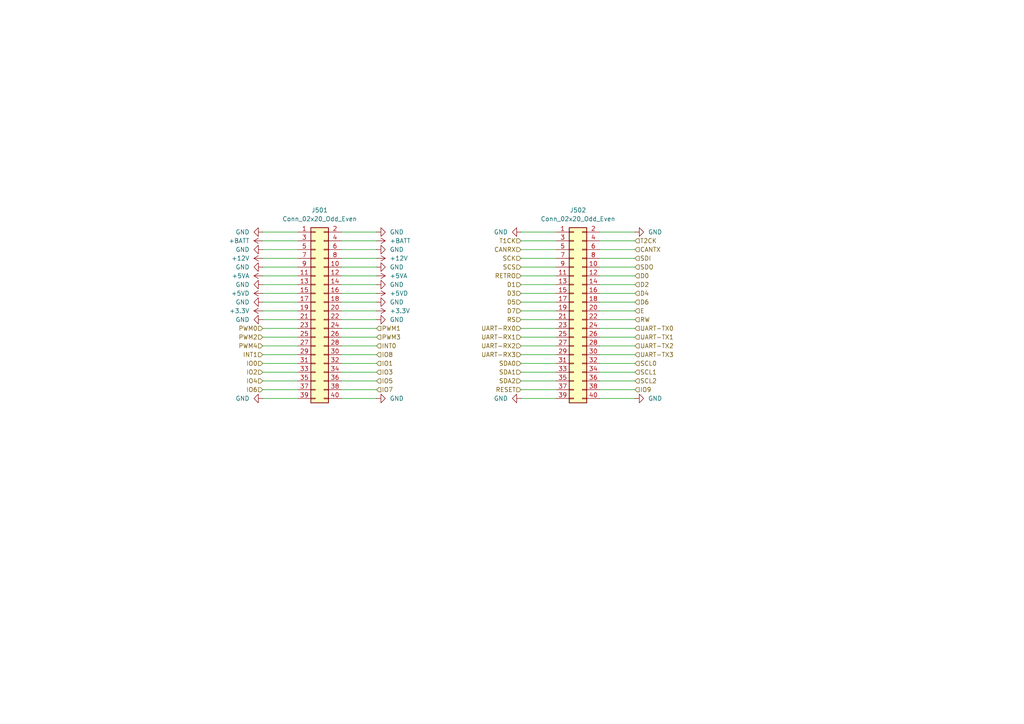
<source format=kicad_sch>
(kicad_sch (version 20250114) (generator "eeschema") (generator_version "9.0")
  (paper "A4")
  (title_block (title "CMOS-74A") (date "2025-09-17") (rev "V0.4") (company "F4DEB") (comment 1 "CMOS BUS"))
  (lib_symbols
    (symbol "Connector_Generic:Conn_02x20_Odd_Even" (pin_names (offset 1.016) (hide yes))
      (property "Reference" "J" (at 1.27 25.4 0))
      (property "Value" "Conn_02x20_Odd_Even" (at 1.27 -27.94 0))
      (symbol "Conn_02x20_Odd_Even_1_1"
        (rectangle (start -1.27 24.13) (end 3.81 -26.67) (stroke (width 0.254)) (fill (type background)))
        (rectangle (start -1.27 22.987) (end 0 22.733) (stroke (width 0.1524)))
        (rectangle (start -1.27 20.447) (end 0 20.193) (stroke (width 0.1524)))
        (rectangle (start -1.27 17.907) (end 0 17.653) (stroke (width 0.1524)))
        (rectangle (start -1.27 15.367) (end 0 15.113) (stroke (width 0.1524)))
        (rectangle (start -1.27 12.827) (end 0 12.573) (stroke (width 0.1524)))
        (rectangle (start -1.27 10.287) (end 0 10.033) (stroke (width 0.1524)))
        (rectangle (start -1.27 7.747) (end 0 7.493) (stroke (width 0.1524)))
        (rectangle (start -1.27 5.207) (end 0 4.953) (stroke (width 0.1524)))
        (rectangle (start -1.27 2.667) (end 0 2.413) (stroke (width 0.1524)))
        (rectangle (start -1.27 0.127) (end 0 -0.127) (stroke (width 0.1524)))
        (rectangle (start -1.27 -2.413) (end 0 -2.667) (stroke (width 0.1524)))
        (rectangle (start -1.27 -4.953) (end 0 -5.207) (stroke (width 0.1524)))
        (rectangle (start -1.27 -7.493) (end 0 -7.747) (stroke (width 0.1524)))
        (rectangle (start -1.27 -10.033) (end 0 -10.287) (stroke (width 0.1524)))
        (rectangle (start -1.27 -12.573) (end 0 -12.827) (stroke (width 0.1524)))
        (rectangle (start -1.27 -15.113) (end 0 -15.367) (stroke (width 0.1524)))
        (rectangle (start -1.27 -17.653) (end 0 -17.907) (stroke (width 0.1524)))
        (rectangle (start -1.27 -20.193) (end 0 -20.447) (stroke (width 0.1524)))
        (rectangle (start -1.27 -22.733) (end 0 -22.987) (stroke (width 0.1524)))
        (rectangle (start -1.27 -25.273) (end 0 -25.527) (stroke (width 0.1524)))
        (rectangle (start 3.81 22.987) (end 2.54 22.733) (stroke (width 0.1524)))
        (rectangle (start 3.81 20.447) (end 2.54 20.193) (stroke (width 0.1524)))
        (rectangle (start 3.81 17.907) (end 2.54 17.653) (stroke (width 0.1524)))
        (rectangle (start 3.81 15.367) (end 2.54 15.113) (stroke (width 0.1524)))
        (rectangle (start 3.81 12.827) (end 2.54 12.573) (stroke (width 0.1524)))
        (rectangle (start 3.81 10.287) (end 2.54 10.033) (stroke (width 0.1524)))
        (rectangle (start 3.81 7.747) (end 2.54 7.493) (stroke (width 0.1524)))
        (rectangle (start 3.81 5.207) (end 2.54 4.953) (stroke (width 0.1524)))
        (rectangle (start 3.81 2.667) (end 2.54 2.413) (stroke (width 0.1524)))
        (rectangle (start 3.81 0.127) (end 2.54 -0.127) (stroke (width 0.1524)))
        (rectangle (start 3.81 -2.413) (end 2.54 -2.667) (stroke (width 0.1524)))
        (rectangle (start 3.81 -4.953) (end 2.54 -5.207) (stroke (width 0.1524)))
        (rectangle (start 3.81 -7.493) (end 2.54 -7.747) (stroke (width 0.1524)))
        (rectangle (start 3.81 -10.033) (end 2.54 -10.287) (stroke (width 0.1524)))
        (rectangle (start 3.81 -12.573) (end 2.54 -12.827) (stroke (width 0.1524)))
        (rectangle (start 3.81 -15.113) (end 2.54 -15.367) (stroke (width 0.1524)))
        (rectangle (start 3.81 -17.653) (end 2.54 -17.907) (stroke (width 0.1524)))
        (rectangle (start 3.81 -20.193) (end 2.54 -20.447) (stroke (width 0.1524)))
        (rectangle (start 3.81 -22.733) (end 2.54 -22.987) (stroke (width 0.1524)))
        (rectangle (start 3.81 -25.273) (end 2.54 -25.527) (stroke (width 0.1524)))
        (pin passive line (at -5.08 22.86 0) (length 3.81) (name "Pin_1") (number "1"))
        (pin passive line (at -5.08 20.32 0) (length 3.81) (name "Pin_3") (number "3"))
        (pin passive line (at -5.08 17.78 0) (length 3.81) (name "Pin_5") (number "5"))
        (pin passive line (at -5.08 15.24 0) (length 3.81) (name "Pin_7") (number "7"))
        (pin passive line (at -5.08 12.7 0) (length 3.81) (name "Pin_9") (number "9"))
        (pin passive line (at -5.08 10.16 0) (length 3.81) (name "Pin_11") (number "11"))
        (pin passive line (at -5.08 7.62 0) (length 3.81) (name "Pin_13") (number "13"))
        (pin passive line (at -5.08 5.08 0) (length 3.81) (name "Pin_15") (number "15"))
        (pin passive line (at -5.08 2.54 0) (length 3.81) (name "Pin_17") (number "17"))
        (pin passive line (at -5.08 0 0) (length 3.81) (name "Pin_19") (number "19"))
        (pin passive line (at -5.08 -2.54 0) (length 3.81) (name "Pin_21") (number "21"))
        (pin passive line (at -5.08 -5.08 0) (length 3.81) (name "Pin_23") (number "23"))
        (pin passive line (at -5.08 -7.62 0) (length 3.81) (name "Pin_25") (number "25"))
        (pin passive line (at -5.08 -10.16 0) (length 3.81) (name "Pin_27") (number "27"))
        (pin passive line (at -5.08 -12.7 0) (length 3.81) (name "Pin_29") (number "29"))
        (pin passive line (at -5.08 -15.24 0) (length 3.81) (name "Pin_31") (number "31"))
        (pin passive line (at -5.08 -17.78 0) (length 3.81) (name "Pin_33") (number "33"))
        (pin passive line (at -5.08 -20.32 0) (length 3.81) (name "Pin_35") (number "35"))
        (pin passive line (at -5.08 -22.86 0) (length 3.81) (name "Pin_37") (number "37"))
        (pin passive line (at -5.08 -25.4 0) (length 3.81) (name "Pin_39") (number "39"))
        (pin passive line (at 7.62 22.86 180) (length 3.81) (name "Pin_2") (number "2"))
        (pin passive line (at 7.62 20.32 180) (length 3.81) (name "Pin_4") (number "4"))
        (pin passive line (at 7.62 17.78 180) (length 3.81) (name "Pin_6") (number "6"))
        (pin passive line (at 7.62 15.24 180) (length 3.81) (name "Pin_8") (number "8"))
        (pin passive line (at 7.62 12.7 180) (length 3.81) (name "Pin_10") (number "10"))
        (pin passive line (at 7.62 10.16 180) (length 3.81) (name "Pin_12") (number "12"))
        (pin passive line (at 7.62 7.62 180) (length 3.81) (name "Pin_14") (number "14"))
        (pin passive line (at 7.62 5.08 180) (length 3.81) (name "Pin_16") (number "16"))
        (pin passive line (at 7.62 2.54 180) (length 3.81) (name "Pin_18") (number "18"))
        (pin passive line (at 7.62 0 180) (length 3.81) (name "Pin_20") (number "20"))
        (pin passive line (at 7.62 -2.54 180) (length 3.81) (name "Pin_22") (number "22"))
        (pin passive line (at 7.62 -5.08 180) (length 3.81) (name "Pin_24") (number "24"))
        (pin passive line (at 7.62 -7.62 180) (length 3.81) (name "Pin_26") (number "26"))
        (pin passive line (at 7.62 -10.16 180) (length 3.81) (name "Pin_28") (number "28"))
        (pin passive line (at 7.62 -12.7 180) (length 3.81) (name "Pin_30") (number "30"))
        (pin passive line (at 7.62 -15.24 180) (length 3.81) (name "Pin_32") (number "32"))
        (pin passive line (at 7.62 -17.78 180) (length 3.81) (name "Pin_34") (number "34"))
        (pin passive line (at 7.62 -20.32 180) (length 3.81) (name "Pin_36") (number "36"))
        (pin passive line (at 7.62 -22.86 180) (length 3.81) (name "Pin_38") (number "38"))
        (pin passive line (at 7.62 -25.4 180) (length 3.81) (name "Pin_40") (number "40"))
      )
    )
    (symbol "power:+12V" (power) (pin_numbers (hide yes)) (pin_names (offset 0) (hide yes))
      (property "Value" "+12V" (at 0 3.556 0))
      (symbol "+12V_0_1"
        (polyline (pts (xy -0.762 1.27) (xy 0 2.54)))
        (polyline (pts (xy 0 2.54) (xy 0.762 1.27)))
        (polyline (pts (xy 0 0) (xy 0 2.54)))
      )
      (symbol "+12V_1_1"
        (pin power_in line (at 0 0 90) (length 0) (name "~") (number "1"))
      )
    )
    (symbol "power:+3.3V" (power) (pin_numbers (hide yes)) (pin_names (offset 0) (hide yes))
      (property "Value" "+3.3V" (at 0 3.556 0))
      (symbol "+3.3V_0_1"
        (polyline (pts (xy -0.762 1.27) (xy 0 2.54)))
        (polyline (pts (xy 0 2.54) (xy 0.762 1.27)))
        (polyline (pts (xy 0 0) (xy 0 2.54)))
      )
      (symbol "+3.3V_1_1"
        (pin power_in line (at 0 0 90) (length 0) (name "~") (number "1"))
      )
    )
    (symbol "power:+5VA" (power) (pin_numbers (hide yes)) (pin_names (offset 0) (hide yes))
      (property "Value" "+5VA" (at 0 3.556 0))
      (symbol "+5VA_0_1"
        (polyline (pts (xy -0.762 1.27) (xy 0 2.54)))
        (polyline (pts (xy 0 2.54) (xy 0.762 1.27)))
        (polyline (pts (xy 0 0) (xy 0 2.54)))
      )
      (symbol "+5VA_1_1"
        (pin power_in line (at 0 0 90) (length 0) (name "~") (number "1"))
      )
    )
    (symbol "power:+5VD" (power) (pin_numbers (hide yes)) (pin_names (offset 0) (hide yes))
      (property "Value" "+5VD" (at 0 3.556 0))
      (symbol "+5VD_0_1"
        (polyline (pts (xy -0.762 1.27) (xy 0 2.54)))
        (polyline (pts (xy 0 2.54) (xy 0.762 1.27)))
        (polyline (pts (xy 0 0) (xy 0 2.54)))
      )
      (symbol "+5VD_1_1"
        (pin power_in line (at 0 0 90) (length 0) (name "~") (number "1"))
      )
    )
    (symbol "power:+BATT" (power) (pin_numbers (hide yes)) (pin_names (offset 0) (hide yes))
      (property "Value" "+BATT" (at 0 3.556 0))
      (symbol "+BATT_0_1"
        (polyline (pts (xy -0.762 1.27) (xy 0 2.54)))
        (polyline (pts (xy 0 2.54) (xy 0.762 1.27)))
        (polyline (pts (xy 0 0) (xy 0 2.54)))
      )
      (symbol "+BATT_1_1"
        (pin power_in line (at 0 0 90) (length 0) (name "~") (number "1"))
      )
    )
    (symbol "power:GND" (power) (pin_numbers (hide yes)) (pin_names (offset 0) (hide yes))
      (property "Value" "GND" (at 0 -3.81 0))
      (symbol "GND_0_1"
        (polyline (pts (xy 0 0) (xy 0 -1.27) (xy 1.27 -1.27) (xy 0 -2.54) (xy -1.27 -1.27) (xy 0 -1.27)))
      )
      (symbol "GND_1_1"
        (pin power_in line (at 0 0 270) (length 0) (name "~") (number "1"))
      )
    )
  )
  (wire (pts (xy 109.22 80.01) (xy 99.06 80.01)))
  (wire (pts (xy 184.15 105.41) (xy 173.99 105.41)))
  (wire (pts (xy 109.22 67.31) (xy 99.06 67.31)))
  (wire (pts (xy 109.22 74.93) (xy 99.06 74.93)))
  (wire (pts (xy 109.22 113.03) (xy 99.06 113.03)))
  (wire (pts (xy 109.22 95.25) (xy 99.06 95.25)))
  (wire (pts (xy 109.22 107.95) (xy 99.06 107.95)))
  (wire (pts (xy 151.13 100.33) (xy 161.29 100.33)))
  (wire (pts (xy 184.15 82.55) (xy 173.99 82.55)))
  (wire (pts (xy 109.22 85.09) (xy 99.06 85.09)))
  (wire (pts (xy 151.13 67.31) (xy 161.29 67.31)))
  (wire (pts (xy 184.15 107.95) (xy 173.99 107.95)))
  (wire (pts (xy 151.13 97.79) (xy 161.29 97.79)))
  (wire (pts (xy 76.2 82.55) (xy 86.36 82.55)))
  (wire (pts (xy 76.2 110.49) (xy 86.36 110.49)))
  (wire (pts (xy 109.22 87.63) (xy 99.06 87.63)))
  (wire (pts (xy 184.15 90.17) (xy 173.99 90.17)))
  (wire (pts (xy 109.22 97.79) (xy 99.06 97.79)))
  (wire (pts (xy 151.13 107.95) (xy 161.29 107.95)))
  (wire (pts (xy 151.13 115.57) (xy 161.29 115.57)))
  (wire (pts (xy 151.13 90.17) (xy 161.29 90.17)))
  (wire (pts (xy 109.22 77.47) (xy 99.06 77.47)))
  (wire (pts (xy 109.22 82.55) (xy 99.06 82.55)))
  (wire (pts (xy 184.15 113.03) (xy 173.99 113.03)))
  (wire (pts (xy 151.13 80.01) (xy 161.29 80.01)))
  (wire (pts (xy 151.13 92.71) (xy 161.29 92.71)))
  (wire (pts (xy 184.15 85.09) (xy 173.99 85.09)))
  (wire (pts (xy 76.2 113.03) (xy 86.36 113.03)))
  (wire (pts (xy 184.15 87.63) (xy 173.99 87.63)))
  (wire (pts (xy 184.15 102.87) (xy 173.99 102.87)))
  (wire (pts (xy 76.2 87.63) (xy 86.36 87.63)))
  (wire (pts (xy 76.2 72.39) (xy 86.36 72.39)))
  (wire (pts (xy 109.22 90.17) (xy 99.06 90.17)))
  (wire (pts (xy 76.2 80.01) (xy 86.36 80.01)))
  (wire (pts (xy 151.13 82.55) (xy 161.29 82.55)))
  (wire (pts (xy 76.2 95.25) (xy 86.36 95.25)))
  (wire (pts (xy 76.2 100.33) (xy 86.36 100.33)))
  (wire (pts (xy 151.13 95.25) (xy 161.29 95.25)))
  (wire (pts (xy 109.22 92.71) (xy 99.06 92.71)))
  (wire (pts (xy 76.2 107.95) (xy 86.36 107.95)))
  (wire (pts (xy 109.22 105.41) (xy 99.06 105.41)))
  (wire (pts (xy 109.22 72.39) (xy 99.06 72.39)))
  (wire (pts (xy 151.13 110.49) (xy 161.29 110.49)))
  (wire (pts (xy 151.13 87.63) (xy 161.29 87.63)))
  (wire (pts (xy 151.13 85.09) (xy 161.29 85.09)))
  (wire (pts (xy 184.15 80.01) (xy 173.99 80.01)))
  (wire (pts (xy 76.2 97.79) (xy 86.36 97.79)))
  (wire (pts (xy 76.2 102.87) (xy 86.36 102.87)))
  (wire (pts (xy 76.2 115.57) (xy 86.36 115.57)))
  (wire (pts (xy 151.13 102.87) (xy 161.29 102.87)))
  (wire (pts (xy 109.22 115.57) (xy 99.06 115.57)))
  (wire (pts (xy 76.2 77.47) (xy 86.36 77.47)))
  (wire (pts (xy 76.2 105.41) (xy 86.36 105.41)))
  (wire (pts (xy 151.13 77.47) (xy 161.29 77.47)))
  (wire (pts (xy 184.15 69.85) (xy 173.99 69.85)))
  (wire (pts (xy 184.15 72.39) (xy 173.99 72.39)))
  (wire (pts (xy 151.13 105.41) (xy 161.29 105.41)))
  (wire (pts (xy 76.2 92.71) (xy 86.36 92.71)))
  (wire (pts (xy 184.15 110.49) (xy 173.99 110.49)))
  (wire (pts (xy 184.15 92.71) (xy 173.99 92.71)))
  (wire (pts (xy 109.22 110.49) (xy 99.06 110.49)))
  (wire (pts (xy 76.2 67.31) (xy 86.36 67.31)))
  (wire (pts (xy 151.13 69.85) (xy 161.29 69.85)))
  (wire (pts (xy 151.13 74.93) (xy 161.29 74.93)))
  (wire (pts (xy 76.2 90.17) (xy 86.36 90.17)))
  (wire (pts (xy 184.15 97.79) (xy 173.99 97.79)))
  (wire (pts (xy 76.2 74.93) (xy 86.36 74.93)))
  (wire (pts (xy 184.15 115.57) (xy 173.99 115.57)))
  (wire (pts (xy 184.15 100.33) (xy 173.99 100.33)))
  (wire (pts (xy 184.15 74.93) (xy 173.99 74.93)))
  (wire (pts (xy 184.15 95.25) (xy 173.99 95.25)))
  (wire (pts (xy 109.22 100.33) (xy 99.06 100.33)))
  (wire (pts (xy 184.15 77.47) (xy 173.99 77.47)))
  (wire (pts (xy 76.2 69.85) (xy 86.36 69.85)))
  (wire (pts (xy 151.13 72.39) (xy 161.29 72.39)))
  (wire (pts (xy 76.2 85.09) (xy 86.36 85.09)))
  (wire (pts (xy 184.15 67.31) (xy 173.99 67.31)))
  (wire (pts (xy 151.13 113.03) (xy 161.29 113.03)))
  (wire (pts (xy 109.22 102.87) (xy 99.06 102.87)))
  (wire (pts (xy 109.22 69.85) (xy 99.06 69.85)))
  (hierarchical_label "T1CK" (shape input) (at 151.13 69.85 180))
  (hierarchical_label "RW" (shape input) (at 184.15 92.71 0))
  (hierarchical_label "INT1" (shape input) (at 76.2 102.87 180))
  (hierarchical_label "SDO" (shape input) (at 184.15 77.47 0))
  (hierarchical_label "PWM4" (shape input) (at 76.2 100.33 180))
  (hierarchical_label "IO1" (shape input) (at 109.22 105.41 0))
  (hierarchical_label "IO4" (shape input) (at 76.2 110.49 180))
  (hierarchical_label "SCL1" (shape input) (at 184.15 107.95 0))
  (hierarchical_label "E" (shape input) (at 184.15 90.17 0))
  (hierarchical_label "D3" (shape input) (at 151.13 85.09 180))
  (hierarchical_label "UART-TX3" (shape input) (at 184.15 102.87 0))
  (hierarchical_label "RETRO" (shape input) (at 151.13 80.01 180))
  (hierarchical_label "RESET" (shape input) (at 151.13 113.03 180))
  (hierarchical_label "D4" (shape input) (at 184.15 85.09 0))
  (hierarchical_label "IO0" (shape input) (at 76.2 105.41 180))
  (hierarchical_label "UART-TX0" (shape input) (at 184.15 95.25 0))
  (hierarchical_label "D0" (shape input) (at 184.15 80.01 0))
  (hierarchical_label "D7" (shape input) (at 151.13 90.17 180))
  (hierarchical_label "T2CK" (shape input) (at 184.15 69.85 0))
  (hierarchical_label "UART-TX2" (shape input) (at 184.15 100.33 0))
  (hierarchical_label "D5" (shape input) (at 151.13 87.63 180))
  (hierarchical_label "IO6" (shape input) (at 76.2 113.03 180))
  (hierarchical_label "D6" (shape input) (at 184.15 87.63 0))
  (hierarchical_label "PWM1" (shape input) (at 109.22 95.25 0))
  (hierarchical_label "UART-TX1" (shape input) (at 184.15 97.79 0))
  (hierarchical_label "PWM2" (shape input) (at 76.2 97.79 180))
  (hierarchical_label "SCL0" (shape input) (at 184.15 105.41 0))
  (hierarchical_label "CANRX" (shape input) (at 151.13 72.39 180))
  (hierarchical_label "SDA0" (shape input) (at 151.13 105.41 180))
  (hierarchical_label "D1" (shape input) (at 151.13 82.55 180))
  (hierarchical_label "SDI" (shape input) (at 184.15 74.93 0))
  (hierarchical_label "IO7" (shape input) (at 109.22 113.03 0))
  (hierarchical_label "IO5" (shape input) (at 109.22 110.49 0))
  (hierarchical_label "PWM3" (shape input) (at 109.22 97.79 0))
  (hierarchical_label "CANTX" (shape input) (at 184.15 72.39 0))
  (hierarchical_label "SDA1" (shape input) (at 151.13 107.95 180))
  (hierarchical_label "RS" (shape input) (at 151.13 92.71 180))
  (hierarchical_label "IO8" (shape input) (at 109.22 102.87 0))
  (hierarchical_label "INT0" (shape input) (at 109.22 100.33 0))
  (hierarchical_label "IO9" (shape input) (at 184.15 113.03 0))
  (hierarchical_label "UART-RX0" (shape input) (at 151.13 95.25 180))
  (hierarchical_label "IO2" (shape input) (at 76.2 107.95 180))
  (hierarchical_label "SDA2" (shape input) (at 151.13 110.49 180))
  (hierarchical_label "UART-RX1" (shape input) (at 151.13 97.79 180))
  (hierarchical_label "SCL2" (shape input) (at 184.15 110.49 0))
  (hierarchical_label "PWM0" (shape input) (at 76.2 95.25 180))
  (hierarchical_label "UART-RX3" (shape input) (at 151.13 102.87 180))
  (hierarchical_label "SCK" (shape input) (at 151.13 74.93 180))
  (hierarchical_label "IO3" (shape input) (at 109.22 107.95 0))
  (hierarchical_label "SCS" (shape input) (at 151.13 77.47 180))
  (hierarchical_label "D2" (shape input) (at 184.15 82.55 0))
  (hierarchical_label "UART-RX2" (shape input) (at 151.13 100.33 180))
  (symbol (lib_id "power:GND") (at 76.2 72.39 270) (unit 1)
    (property "Reference" "#PWR0502" (effects (hide yes)))
    (property "Value" "GND" (at 72.39 72.3899 90) (effects (justify right)))
    (property "Description" "Power symbol creates a global label with name \"GND\" , ground" (effects (hide yes)))
  )
  (symbol (lib_id "power:GND") (at 109.22 67.31 90) (mirror x) (unit 1)
    (property "Reference" "#PWR0508" (effects (hide yes)))
    (property "Value" "GND" (at 113.03 67.3099 90) (effects (justify right)))
    (property "Description" "Power symbol creates a global label with name \"GND\" , ground" (effects (hide yes)))
  )
  (symbol (lib_id "power:GND") (at 76.2 82.55 270) (unit 1)
    (property "Reference" "#PWR0504" (effects (hide yes)))
    (property "Value" "GND" (at 72.39 82.5499 90) (effects (justify right)))
    (property "Description" "Power symbol creates a global label with name \"GND\" , ground" (effects (hide yes)))
  )
  (symbol (lib_id "power:+3.3V") (at 109.22 90.17 270) (unit 1)
    (property "Reference" "#PWR0524" (effects (hide yes)))
    (property "Value" "+3.3V" (at 113.03 90.1699 90) (effects (justify left)))
    (property "Description" "Power symbol creates a global label with name \"+3.3V\"" (effects (hide yes)))
  )
  (symbol (lib_id "power:GND") (at 109.22 115.57 90) (mirror x) (unit 1)
    (property "Reference" "#PWR0514" (effects (hide yes)))
    (property "Value" "GND" (at 113.03 115.5699 90) (effects (justify right)))
    (property "Description" "Power symbol creates a global label with name \"GND\" , ground" (effects (hide yes)))
  )
  (symbol (lib_id "power:GND") (at 184.15 115.57 90) (mirror x) (unit 1)
    (property "Reference" "#PWR0548" (effects (hide yes)))
    (property "Value" "GND" (at 187.96 115.5699 90) (effects (justify right)))
    (property "Description" "Power symbol creates a global label with name \"GND\" , ground" (effects (hide yes)))
  )
  (symbol (lib_id "power:GND") (at 109.22 77.47 90) (mirror x) (unit 1)
    (property "Reference" "#PWR0510" (effects (hide yes)))
    (property "Value" "GND" (at 113.03 77.4699 90) (effects (justify right)))
    (property "Description" "Power symbol creates a global label with name \"GND\" , ground" (effects (hide yes)))
  )
  (symbol (lib_id "power:+12V") (at 76.2 74.93 90) (unit 1)
    (property "Reference" "#PWR0517" (effects (hide yes)))
    (property "Value" "+12V" (at 72.39 74.9299 90) (effects (justify left)))
    (property "Description" "Power symbol creates a global label with name \"+12V\"" (effects (hide yes)))
  )
  (symbol (lib_id "power:GND") (at 109.22 87.63 90) (mirror x) (unit 1)
    (property "Reference" "#PWR0512" (effects (hide yes)))
    (property "Value" "GND" (at 113.03 87.6299 90) (effects (justify right)))
    (property "Description" "Power symbol creates a global label with name \"GND\" , ground" (effects (hide yes)))
  )
  (symbol (lib_id "power:GND") (at 76.2 77.47 270) (unit 1)
    (property "Reference" "#PWR0503" (effects (hide yes)))
    (property "Value" "GND" (at 72.39 77.4699 90) (effects (justify right)))
    (property "Description" "Power symbol creates a global label with name \"GND\" , ground" (effects (hide yes)))
  )
  (symbol (lib_id "power:GND") (at 76.2 67.31 270) (unit 1)
    (property "Reference" "#PWR0501" (effects (hide yes)))
    (property "Value" "GND" (at 72.39 67.3099 90) (effects (justify right)))
    (property "Description" "Power symbol creates a global label with name \"GND\" , ground" (effects (hide yes)))
  )
  (symbol (lib_id "power:GND") (at 76.2 115.57 270) (unit 1)
    (property "Reference" "#PWR0507" (effects (hide yes)))
    (property "Value" "GND" (at 72.39 115.5699 90) (effects (justify right)))
    (property "Description" "Power symbol creates a global label with name \"GND\" , ground" (effects (hide yes)))
  )
  (symbol (lib_id "power:GND") (at 109.22 72.39 90) (mirror x) (unit 1)
    (property "Reference" "#PWR0509" (effects (hide yes)))
    (property "Value" "GND" (at 113.03 72.3899 90) (effects (justify right)))
    (property "Description" "Power symbol creates a global label with name \"GND\" , ground" (effects (hide yes)))
  )
  (symbol (lib_id "power:+3.3V") (at 76.2 90.17 90) (unit 1)
    (property "Reference" "#PWR0523" (effects (hide yes)))
    (property "Value" "+3.3V" (at 72.39 90.1699 90) (effects (justify left)))
    (property "Description" "Power symbol creates a global label with name \"+3.3V\"" (effects (hide yes)))
  )
  (symbol (lib_id "power:+12V") (at 109.22 74.93 270) (unit 1)
    (property "Reference" "#PWR0518" (effects (hide yes)))
    (property "Value" "+12V" (at 113.03 74.9299 90) (effects (justify left)))
    (property "Description" "Power symbol creates a global label with name \"+12V\"" (effects (hide yes)))
  )
  (symbol (lib_id "power:GND") (at 76.2 87.63 270) (unit 1)
    (property "Reference" "#PWR0505" (effects (hide yes)))
    (property "Value" "GND" (at 72.39 87.6299 90) (effects (justify right)))
    (property "Description" "Power symbol creates a global label with name \"GND\" , ground" (effects (hide yes)))
  )
  (symbol (lib_id "Connector_Generic:Conn_02x20_Odd_Even") (at 166.37 90.17 0) (unit 1)
    (property "Reference" "J502" (at 167.64 60.96 0))
    (property "Value" "Conn_02x20_Odd_Even" (at 167.64 63.5 0))
    (property "Footprint" "Connector_PinSocket_2.54mm:PinSocket_2x20_P2.54mm_Vertical" (effects (hide yes)))
    (property "Description" "Generic connector, double row, 02x20, odd/even pin numbering scheme (row 1 odd numbers, row 2 even numbers), script generated (kicad-library-utils/schlib/autogen/connector/)" (effects (hide yes)))
  )
  (symbol (lib_id "power:+5VD") (at 76.2 85.09 90) (unit 1)
    (property "Reference" "#PWR0521" (effects (hide yes)))
    (property "Value" "+5VD" (at 72.39 85.0899 90) (effects (justify left)))
    (property "Description" "Power symbol creates a global label with name \"+5VD\"" (effects (hide yes)))
  )
  (symbol (lib_id "power:GND") (at 76.2 92.71 270) (unit 1)
    (property "Reference" "#PWR0506" (effects (hide yes)))
    (property "Value" "GND" (at 72.39 92.7099 90) (effects (justify right)))
    (property "Description" "Power symbol creates a global label with name \"GND\" , ground" (effects (hide yes)))
  )
  (symbol (lib_id "Connector_Generic:Conn_02x20_Odd_Even") (at 91.44 90.17 0) (unit 1)
    (property "Reference" "J501" (at 92.71 60.96 0))
    (property "Value" "Conn_02x20_Odd_Even" (at 92.71 63.5 0))
    (property "Footprint" "Connector_PinSocket_2.54mm:PinSocket_2x20_P2.54mm_Vertical" (effects (hide yes)))
    (property "Description" "Generic connector, double row, 02x20, odd/even pin numbering scheme (row 1 odd numbers, row 2 even numbers), script generated (kicad-library-utils/schlib/autogen/connector/)" (effects (hide yes)))
  )
  (symbol (lib_id "power:+BATT") (at 109.22 69.85 270) (unit 1)
    (property "Reference" "#PWR0516" (effects (hide yes)))
    (property "Value" "+BATT" (at 113.03 69.8499 90) (effects (justify left)))
    (property "Description" "Power symbol creates a global label with name \"+BATT\"" (effects (hide yes)))
  )
  (symbol (lib_id "power:+5VA") (at 76.2 80.01 90) (unit 1)
    (property "Reference" "#PWR0519" (effects (hide yes)))
    (property "Value" "+5VA" (at 72.39 80.0099 90) (effects (justify left)))
    (property "Description" "Power symbol creates a global label with name \"+5VA\"" (effects (hide yes)))
  )
  (symbol (lib_id "power:GND") (at 109.22 82.55 90) (mirror x) (unit 1)
    (property "Reference" "#PWR0511" (effects (hide yes)))
    (property "Value" "GND" (at 113.03 82.5499 90) (effects (justify right)))
    (property "Description" "Power symbol creates a global label with name \"GND\" , ground" (effects (hide yes)))
  )
  (symbol (lib_id "power:GND") (at 151.13 115.57 270) (unit 1)
    (property "Reference" "#PWR0536" (effects (hide yes)))
    (property "Value" "GND" (at 147.32 115.5699 90) (effects (justify right)))
    (property "Description" "Power symbol creates a global label with name \"GND\" , ground" (effects (hide yes)))
  )
  (symbol (lib_id "power:GND") (at 151.13 67.31 270) (unit 1)
    (property "Reference" "#PWR0525" (effects (hide yes)))
    (property "Value" "GND" (at 147.32 67.3099 90) (effects (justify right)))
    (property "Description" "Power symbol creates a global label with name \"GND\" , ground" (effects (hide yes)))
  )
  (symbol (lib_id "power:+5VD") (at 109.22 85.09 270) (unit 1)
    (property "Reference" "#PWR0522" (effects (hide yes)))
    (property "Value" "+5VD" (at 113.03 85.0899 90) (effects (justify left)))
    (property "Description" "Power symbol creates a global label with name \"+5VD\"" (effects (hide yes)))
  )
  (symbol (lib_id "power:GND") (at 109.22 92.71 90) (mirror x) (unit 1)
    (property "Reference" "#PWR0513" (effects (hide yes)))
    (property "Value" "GND" (at 113.03 92.7099 90) (effects (justify right)))
    (property "Description" "Power symbol creates a global label with name \"GND\" , ground" (effects (hide yes)))
  )
  (symbol (lib_id "power:GND") (at 184.15 67.31 90) (mirror x) (unit 1)
    (property "Reference" "#PWR0537" (effects (hide yes)))
    (property "Value" "GND" (at 187.96 67.3099 90) (effects (justify right)))
    (property "Description" "Power symbol creates a global label with name \"GND\" , ground" (effects (hide yes)))
  )
  (symbol (lib_id "power:+5VA") (at 109.22 80.01 270) (unit 1)
    (property "Reference" "#PWR0520" (effects (hide yes)))
    (property "Value" "+5VA" (at 113.03 80.0099 90) (effects (justify left)))
    (property "Description" "Power symbol creates a global label with name \"+5VA\"" (effects (hide yes)))
  )
  (symbol (lib_id "power:+BATT") (at 76.2 69.85 90) (unit 1)
    (property "Reference" "#PWR0515" (effects (hide yes)))
    (property "Value" "+BATT" (at 72.39 69.8499 90) (effects (justify left)))
    (property "Description" "Power symbol creates a global label with name \"+BATT\"" (effects (hide yes)))
  )
)
</source>
